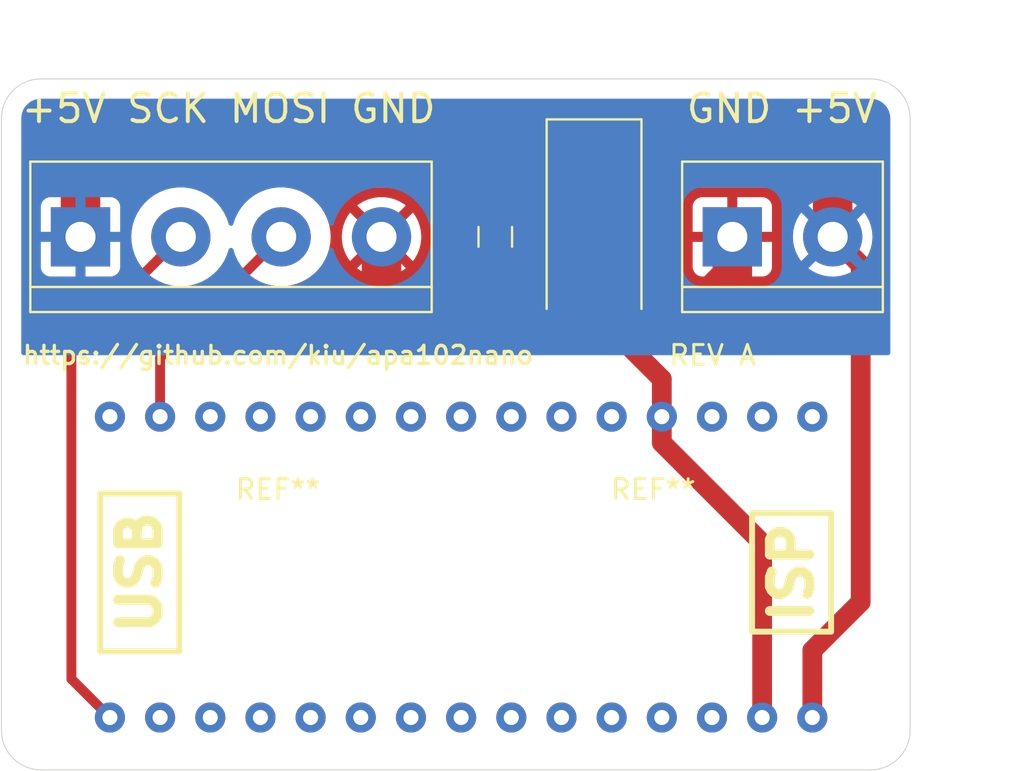
<source format=kicad_pcb>
(kicad_pcb (version 20211014) (generator pcbnew)
  (layers (0 "F.Cu" signal) (31 "B.Cu" signal) (34 "B.Paste" user) (35 "F.Paste" user) (36 "B.SilkS" user "B.Silkscreen") (37 "F.SilkS" user "F.Silkscreen") (38 "B.Mask" user) (39 "F.Mask" user) (44 "Edge.Cuts" user))
  (net 0 "")
  (net 1 "GND")
  (net 2 "MOSI")
  (net 3 "+5V")
  (net 4 "SCK")
  (footprint "Capacitors_SMD:C_0805_HandSoldering" (layer "F.Cu") (at 84 54 -90)
    (fp_text reference "C2" hide)
    (fp_text value "100nF")
    (fp_line (start -0.5 0.85) (end 0.5 0.85) (layer "F.SilkS") (width 0.12))
    (fp_line (start 0.5 -0.85) (end -0.5 -0.85) (layer "F.SilkS") (width 0.12))
    (pad "1" smd rect locked (at -1.25 0 270) (size 1.5 1.25) (layers "F.Cu" "F.Paste" "F.Mask") (net 3 "+5V"))
    (pad "2" smd rect locked (at 1.25 0 270) (size 1.5 1.25) (layers "F.Cu" "F.Paste" "F.Mask") (net 1 "GND"))
  )
  (footprint "misc-footprints:Arduino_Nano" (layer "F.Cu") (at 81 72 -90)
    (fp_text reference "A1" hide)
    (fp_text value "Arduino_Nano_v3.x")
    (pad "1" thru_hole circle locked (at -8.89 -19.05 90) (size 1.524 1.524) (drill 0.762) (layers *.Cu *.Mask))
    (pad "2" thru_hole circle locked (at -8.89 -16.51 90) (size 1.524 1.524) (drill 0.762) (layers *.Cu *.Mask))
    (pad "3" thru_hole circle locked (at -8.89 -13.97 90) (size 1.524 1.524) (drill 0.762) (layers *.Cu *.Mask))
    (pad "4" thru_hole circle locked (at -8.89 -11.43 90) (size 1.524 1.524) (drill 0.762) (layers *.Cu *.Mask) (net 1 "GND"))
    (pad "5" thru_hole circle locked (at -8.89 -8.89 90) (size 1.524 1.524) (drill 0.762) (layers *.Cu *.Mask))
    (pad "6" thru_hole circle locked (at -8.89 -6.35 90) (size 1.524 1.524) (drill 0.762) (layers *.Cu *.Mask))
    (pad "7" thru_hole circle locked (at -8.89 -3.81 90) (size 1.524 1.524) (drill 0.762) (layers *.Cu *.Mask))
    (pad "8" thru_hole circle locked (at -8.89 -1.27 90) (size 1.524 1.524) (drill 0.762) (layers *.Cu *.Mask))
    (pad "9" thru_hole circle locked (at -8.89 1.27 90) (size 1.524 1.524) (drill 0.762) (layers *.Cu *.Mask))
    (pad "10" thru_hole circle locked (at -8.89 3.81 90) (size 1.524 1.524) (drill 0.762) (layers *.Cu *.Mask))
    (pad "11" thru_hole circle locked (at -8.89 6.35 90) (size 1.524 1.524) (drill 0.762) (layers *.Cu *.Mask))
    (pad "12" thru_hole circle locked (at -8.89 8.89 90) (size 1.524 1.524) (drill 0.762) (layers *.Cu *.Mask))
    (pad "13" thru_hole circle locked (at -8.89 11.43 90) (size 1.524 1.524) (drill 0.762) (layers *.Cu *.Mask))
    (pad "14" thru_hole circle locked (at -8.89 13.97 90) (size 1.524 1.524) (drill 0.762) (layers *.Cu *.Mask) (net 2 "MOSI"))
    (pad "15" thru_hole circle locked (at -8.89 16.51 90) (size 1.524 1.524) (drill 0.762) (layers *.Cu *.Mask))
    (pad "16" thru_hole circle locked (at 6.35 16.51 90) (size 1.524 1.524) (drill 0.762) (layers *.Cu *.Mask) (net 4 "SCK"))
    (pad "17" thru_hole circle locked (at 6.35 13.97 90) (size 1.524 1.524) (drill 0.762) (layers *.Cu *.Mask))
    (pad "18" thru_hole circle locked (at 6.35 11.43 90) (size 1.524 1.524) (drill 0.762) (layers *.Cu *.Mask))
    (pad "19" thru_hole circle locked (at 6.35 8.89 90) (size 1.524 1.524) (drill 0.762) (layers *.Cu *.Mask))
    (pad "20" thru_hole circle locked (at 6.35 6.35 90) (size 1.524 1.524) (drill 0.762) (layers *.Cu *.Mask))
    (pad "21" thru_hole circle locked (at 6.35 3.81 90) (size 1.524 1.524) (drill 0.762) (layers *.Cu *.Mask))
    (pad "22" thru_hole circle locked (at 6.35 1.27 90) (size 1.524 1.524) (drill 0.762) (layers *.Cu *.Mask))
    (pad "23" thru_hole circle locked (at 6.35 -1.27 90) (size 1.524 1.524) (drill 0.762) (layers *.Cu *.Mask))
    (pad "24" thru_hole circle locked (at 6.35 -3.81 90) (size 1.524 1.524) (drill 0.762) (layers *.Cu *.Mask))
    (pad "25" thru_hole circle locked (at 6.35 -6.35 90) (size 1.524 1.524) (drill 0.762) (layers *.Cu *.Mask))
    (pad "26" thru_hole circle locked (at 6.35 -8.89 90) (size 1.524 1.524) (drill 0.762) (layers *.Cu *.Mask))
    (pad "27" thru_hole circle locked (at 6.35 -11.43 90) (size 1.524 1.524) (drill 0.762) (layers *.Cu *.Mask))
    (pad "28" thru_hole circle locked (at 6.35 -13.97 90) (size 1.524 1.524) (drill 0.762) (layers *.Cu *.Mask))
    (pad "29" thru_hole circle locked (at 6.35 -16.51 90) (size 1.524 1.524) (drill 0.762) (layers *.Cu *.Mask) (net 1 "GND"))
    (pad "30" thru_hole circle locked (at 6.35 -19.05 90) (size 1.524 1.524) (drill 0.762) (layers *.Cu *.Mask) (net 3 "+5V"))
  )
  (footprint "Terminal_Blocks:TerminalBlock_bornier-2_P5.08mm" (layer "F.Cu") (at 96 54)
    (fp_text reference "J1" hide)
    (fp_text value "Screw_Terminal_01x02")
    (fp_line (start 7.62 -3.81) (end -2.54 -3.81) (layer "F.SilkS") (width 0.12))
    (fp_line (start -2.54 -3.81) (end -2.54 3.81) (layer "F.SilkS") (width 0.12))
    (fp_line (start 7.62 2.54) (end -2.54 2.54) (layer "F.SilkS") (width 0.12))
    (fp_line (start 7.62 3.81) (end 7.62 -3.81) (layer "F.SilkS") (width 0.12))
    (fp_line (start -2.54 3.81) (end 7.62 3.81) (layer "F.SilkS") (width 0.12))
    (pad "1" thru_hole rect locked (at 0 0) (size 3 3) (drill 1.52) (layers *.Cu *.Mask) (net 1 "GND"))
    (pad "2" thru_hole circle locked (at 5.08 0) (size 3 3) (drill 1.52) (layers *.Cu *.Mask) (net 3 "+5V"))
  )
  (footprint "Capacitors_Tantalum_SMD:CP_Tantalum_Case-D_EIA-7343-31_Hand" (layer "F.Cu") (at 89 54 -90)
    (fp_text reference "C1" hide)
    (fp_text value "470uF")
    (fp_line (start -5.95 -2.4) (end -5.95 2.4) (layer "F.SilkS") (width 0.12))
    (fp_line (start -5.95 -2.4) (end 3.65 -2.4) (layer "F.SilkS") (width 0.12))
    (fp_line (start -5.95 2.4) (end 3.65 2.4) (layer "F.SilkS") (width 0.12))
    (pad "1" smd rect locked (at -3.775 0 270) (size 3.75 2.7) (layers "F.Cu" "F.Paste" "F.Mask") (net 3 "+5V"))
    (pad "2" smd rect locked (at 3.775 0 270) (size 3.75 2.7) (layers "F.Cu" "F.Paste" "F.Mask") (net 1 "GND"))
  )
  (footprint "Terminal_Blocks:TerminalBlock_bornier-4_P5.08mm" (layer "F.Cu") (at 63 54)
    (fp_text reference "J2" hide)
    (fp_text value "Screw_Terminal_01x04")
    (fp_line (start -2.54 3.81) (end 17.78 3.81) (layer "F.SilkS") (width 0.12))
    (fp_line (start 17.78 2.54) (end -2.54 2.54) (layer "F.SilkS") (width 0.12))
    (fp_line (start -2.54 -3.81) (end -2.54 3.81) (layer "F.SilkS") (width 0.12))
    (fp_line (start -2.54 -3.81) (end 17.78 -3.81) (layer "F.SilkS") (width 0.12))
    (fp_line (start 17.78 3.81) (end 17.78 -3.81) (layer "F.SilkS") (width 0.12))
    (pad "1" thru_hole rect locked (at 0 0) (size 3 3) (drill 1.52) (layers *.Cu *.Mask) (net 3 "+5V"))
    (pad "2" thru_hole circle locked (at 5.08 0) (size 3 3) (drill 1.52) (layers *.Cu *.Mask) (net 4 "SCK"))
    (pad "3" thru_hole circle locked (at 10.16 0) (size 3 3) (drill 1.52) (layers *.Cu *.Mask) (net 2 "MOSI"))
    (pad "4" thru_hole circle locked (at 15.24 0) (size 3 3) (drill 1.52) (layers *.Cu *.Mask) (net 1 "GND"))
  )
  (footprint "MountingHole:MountingHole_3.2mm_M3" (layer "F.Cu") (at 92 71)
    (fp_text reference "REF**" (at 0 -4.2) (layer "F.SilkS"))
    (fp_text value "MountingHole_3.2mm_M3")
    (pad "" np_thru_hole circle locked (at 0 0) (size 3.2 3.2) (drill 3.2) (layers *.Cu *.Mask))
  )
  (footprint "MountingHole:MountingHole_3.2mm_M3" (layer "F.Cu") (at 73 71)
    (fp_text reference "REF**" (at 0 -4.2) (layer "F.SilkS"))
    (fp_text value "MountingHole_3.2mm_M3")
    (pad "" np_thru_hole circle locked (at 0 0) (size 3.2 3.2) (drill 3.2) (layers *.Cu *.Mask))
  )
  (gr_line (start 64 67) (end 68 67) (layer "F.SilkS") (width 0.3))
  (gr_line (start 68 67) (end 68 75) (layer "F.SilkS") (width 0.3))
  (gr_line (start 64 75) (end 64 67) (layer "F.SilkS") (width 0.3))
  (gr_line (start 68 75) (end 64 75) (layer "F.SilkS") (width 0.3))
  (gr_line (start 101 68) (end 101 74) (layer "F.SilkS") (width 0.3))
  (gr_line (start 97 68) (end 101 68) (layer "F.SilkS") (width 0.3))
  (gr_line (start 97 74) (end 97 68) (layer "F.SilkS") (width 0.3))
  (gr_line (start 101 74) (end 97 74) (layer "F.SilkS") (width 0.3))
  (gr_line (start 103 46) (end 61 46) (layer "Edge.Cuts") (width 0.05))
  (gr_arc (start 105 79) (mid 104.414214 80.414214) (end 103 81) (layer "Edge.Cuts") (width 0.05))
  (gr_line (start 61 81) (end 103 81) (layer "Edge.Cuts") (width 0.05))
  (gr_line (start 59 48) (end 59 79) (layer "Edge.Cuts") (width 0.05))
  (gr_arc (start 61 81) (mid 59.585786 80.414214) (end 59 79) (layer "Edge.Cuts") (width 0.05))
  (gr_arc (start 59 48) (mid 59.585786 46.585786) (end 61 46) (layer "Edge.Cuts") (width 0.05))
  (gr_arc (start 103 46) (mid 104.414214 46.585786) (end 105 48) (layer "Edge.Cuts") (width 0.05))
  (gr_line (start 105 79) (end 105 48) (layer "Edge.Cuts") (width 0.05))
  (gr_text "+5V SCK MOSI GND" (at 70.5 47.5) (layer "F.SilkS") (effects (font (size 1.4 1.4) (thickness 0.2))))
  (gr_text "REV A" (at 95 60) (layer "F.SilkS") (effects (font (size 1 1))))
  (gr_text "USB" (at 66 71 90) (layer "F.SilkS") (effects (font (size 2 2) (thickness 0.5))))
  (gr_text "https://github.com/kiu/apa102nano" (at 73 60) (layer "F.SilkS") (effects (font (size 0.92 0.92) (thickness 0.17))))
  (gr_text "GND +5V" (at 98.5 47.5) (layer "F.SilkS") (effects (font (size 1.4 1.4) (thickness 0.2))))
  (gr_text "ISP" (at 99 71 90) (layer "F.SilkS") (effects (font (size 2 2) (thickness 0.5))))
  (segment (start 97.51 69.51) (end 97.51 78.35) (width 1) (layer "F.Cu") (net 1))
  (segment (start 93.225 58.775) (end 89 58.775) (width 2) (layer "F.Cu") (net 1))
  (segment (start 92.43 64.43) (end 97.51 69.51) (width 1) (layer "F.Cu") (net 1))
  (segment (start 84 55.25) (end 86.475 55.25) (width 1) (layer "F.Cu") (net 1))
  (segment (start 89 58.775) (end 79.775 58.775) (width 2) (layer "F.Cu") (net 1))
  (segment (start 96 56) (end 93.225 58.775) (width 2) (layer "F.Cu") (net 1))
  (segment (start 92.43 63.11) (end 92.43 64.43) (width 1) (layer "F.Cu") (net 1))
  (segment (start 96 54) (end 96 56) (width 2) (layer "F.Cu") (net 1))
  (segment (start 78.24 57.24) (end 78.24 54) (width 2) (layer "F.Cu") (net 1))
  (segment (start 92.43 63.11) (end 92.43 61.205) (width 1) (layer "F.Cu") (net 1))
  (segment (start 79.775 58.775) (end 78.24 57.24) (width 2) (layer "F.Cu") (net 1))
  (segment (start 92.43 61.205) (end 89 57.775) (width 1) (layer "F.Cu") (net 1))
  (segment (start 86.475 55.25) (end 89 57.775) (width 1) (layer "F.Cu") (net 1))
  (segment (start 67.03 63.11) (end 67.03 60.13) (width 0.5) (layer "F.Cu") (net 2))
  (segment (start 67.03 60.13) (end 73.16 54) (width 0.5) (layer "F.Cu") (net 2))
  (segment (start 89 49.5) (end 99.225 49.5) (width 2) (layer "F.Cu") (net 3))
  (segment (start 101.08 54) (end 102.29 55.21) (width 1) (layer "F.Cu") (net 3))
  (segment (start 63 51.275) (end 64.775 49.5) (width 2) (layer "F.Cu") (net 3))
  (segment (start 102.5 55.42) (end 102.29 55.21) (width 1) (layer "F.Cu") (net 3))
  (segment (start 101.08 52.08) (end 101.08 54) (width 2) (layer "F.Cu") (net 3))
  (segment (start 89 49.5) (end 64.775 49.5) (width 2) (layer "F.Cu") (net 3))
  (segment (start 63 54) (end 63 51.275) (width 2) (layer "F.Cu") (net 3))
  (segment (start 101.08 52.08) (end 101.08 51.355) (width 2) (layer "F.Cu") (net 3))
  (segment (start 84 52.75) (end 86.475 52.75) (width 1) (layer "F.Cu") (net 3))
  (segment (start 100.05 78.35) (end 100.05 74.95) (width 1) (layer "F.Cu") (net 3))
  (segment (start 86.475 52.75) (end 89 50.225) (width 1) (layer "F.Cu") (net 3))
  (segment (start 100.05 74.95) (end 102.5 72.5) (width 1) (layer "F.Cu") (net 3))
  (segment (start 102.5 72.5) (end 102.5 55.42) (width 1) (layer "F.Cu") (net 3))
  (segment (start 101.08 51.355) (end 99.225 49.5) (width 2) (layer "F.Cu") (net 3))
  (segment (start 64.49 78.35) (end 62.57 76.43) (width 0.5) (layer "F.Cu") (net 4))
  (segment (start 62.54 76.4) (end 62.57 76.43) (width 0.5) (layer "F.Cu") (net 4))
  (segment (start 62.54 59.54) (end 62.54 76.4) (width 0.5) (layer "F.Cu") (net 4))
  (segment (start 62.54 59.54) (end 68.08 54) (width 0.5) (layer "F.Cu") (net 4))
  (zone (net 1) (net_name "GND") (layer "F.Cu") (connect_pads (clearance 1)) (min_thickness 0.254) (fill yes (thermal_gap 0.508) (thermal_bridge_width 0.508))
    (polygon (pts (xy 105 60) (xy 59 60) (xy 59 46) (xy 105 46)))
  )
  (zone (net 3) (net_name "+5V") (layer "B.Cu") (connect_pads (clearance 1)) (min_thickness 0.254) (fill yes (thermal_gap 0.508) (thermal_bridge_width 0.508))
    (polygon (pts (xy 105 60) (xy 59 60) (xy 59 46) (xy 105 46)))
  )
)
</source>
